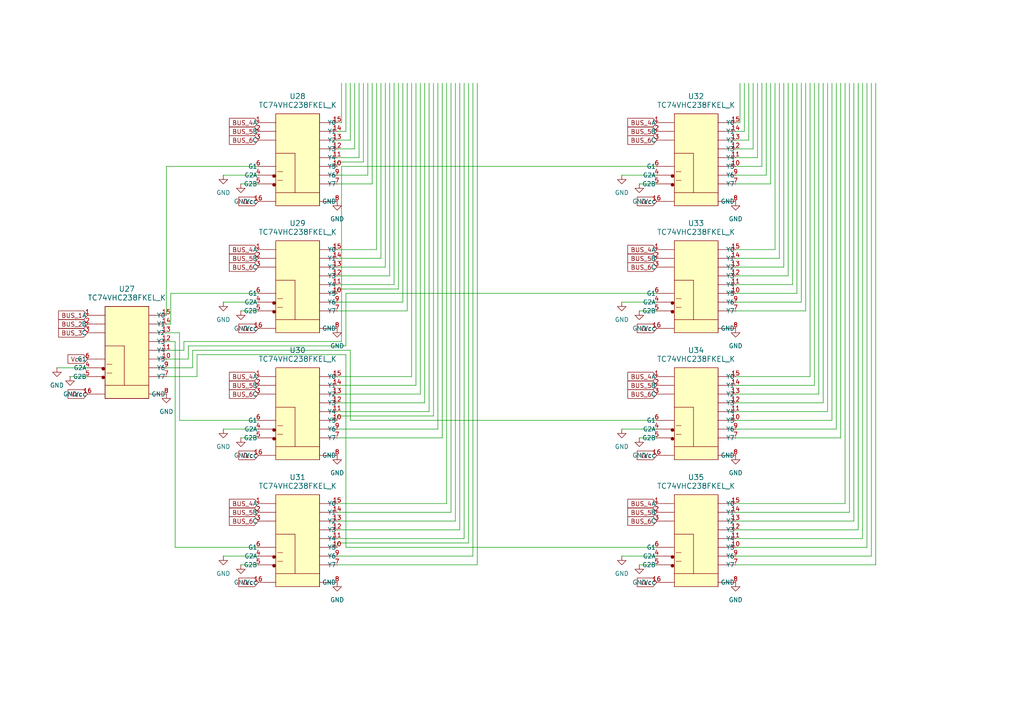
<source format=kicad_sch>
(kicad_sch (version 20250114) (generator "eeschema") (generator_version "9.0")
  (paper "A4")
  (lib_symbols
    (symbol "TC74VHC238FK:TC74VHC238FKEL_K" (pin_names (offset 0.254))
      (property "Reference" "U" (at 36.8046 -21.59 0))
      (property "Value" "TC74VHC238FKEL_K" (at 36.8046 -21.59 0))
      (symbol "TC74VHC238FKEL_K_0_1"
        (polyline (pts (xy 34.2646 -24.13) (xy 36.8046 -24.13)))
        (polyline (pts (xy 34.2646 -26.67) (xy 36.8046 -26.67)))
        (polyline (pts (xy 34.2646 -29.21) (xy 36.8046 -29.21)))
        (polyline (pts (xy 34.2646 -36.83) (xy 36.8046 -36.83)))
        (polyline (pts (xy 34.2646 -39.37) (xy 36.8046 -39.37)))
        (polyline (pts (xy 34.2646 -41.91) (xy 36.8046 -41.91)))
        (polyline (pts (xy 34.2646 -46.99) (xy 36.8046 -46.99)))
        (polyline (pts (xy 36.8046 -24.13) (xy 39.3446 -24.13)))
        (polyline (pts (xy 36.8046 -26.67) (xy 39.3446 -26.67)))
        (polyline (pts (xy 36.8046 -29.21) (xy 39.3446 -29.21)))
        (polyline (pts (xy 38.5826 -39.37) (xy 36.8046 -39.37)))
        (polyline (pts (xy 38.5826 -41.91) (xy 36.8046 -41.91)))
        (circle (center 38.8366 -39.624) (radius 0.254) (stroke (width 0.508)))
        (circle (center 38.8366 -42.164) (radius 0.254) (stroke (width 0.508)))
        (polyline (pts (xy 39.3446 -21.59) (xy 52.0446 -21.59)) (stroke (width 0.127)))
        (polyline (pts (xy 39.3446 -33.02) (xy 44.9326 -33.02)))
        (polyline (pts (xy 39.3446 -36.83) (xy 36.8046 -36.83)))
        (polyline (pts (xy 39.3446 -44.45) (xy 52.0446 -44.45)))
        (polyline (pts (xy 39.3446 -46.99) (xy 36.8046 -46.99)))
        (polyline (pts (xy 39.3446 -48.26) (xy 39.3446 -21.59)) (stroke (width 0.127)))
        (polyline (pts (xy 39.8526 -38.354) (xy 41.3766 -38.354)) (stroke (width 0.127)))
        (polyline (pts (xy 39.8526 -40.894) (xy 41.3766 -40.894)) (stroke (width 0.127)))
        (polyline (pts (xy 44.9326 -33.02) (xy 44.9326 -44.45)))
        (polyline (pts (xy 52.0446 -21.59) (xy 52.0446 -48.26)) (stroke (width 0.127)))
        (polyline (pts (xy 52.0446 -48.26) (xy 39.3446 -48.26)) (stroke (width 0.127)))
        (polyline (pts (xy 54.5846 -24.13) (xy 52.0446 -24.13)))
        (polyline (pts (xy 54.5846 -26.67) (xy 52.0446 -26.67)))
        (polyline (pts (xy 54.5846 -29.21) (xy 52.0446 -29.21)))
        (polyline (pts (xy 54.5846 -31.75) (xy 52.0446 -31.75)))
        (polyline (pts (xy 54.5846 -34.29) (xy 52.0446 -34.29)))
        (polyline (pts (xy 54.5846 -36.83) (xy 52.0446 -36.83)))
        (polyline (pts (xy 54.5846 -39.37) (xy 52.0446 -39.37)))
        (polyline (pts (xy 54.5846 -41.91) (xy 52.0446 -41.91)))
        (polyline (pts (xy 54.5846 -46.99) (xy 52.0446 -46.99)))
        (polyline (pts (xy 57.1246 -24.13) (xy 54.5846 -24.13)))
        (polyline (pts (xy 57.1246 -26.67) (xy 54.5846 -26.67)))
        (polyline (pts (xy 57.1246 -29.21) (xy 54.5846 -29.21)))
        (polyline (pts (xy 57.1246 -31.75) (xy 54.5846 -31.75)))
        (polyline (pts (xy 57.1246 -34.29) (xy 54.5846 -34.29)))
        (polyline (pts (xy 57.1246 -36.83) (xy 54.5846 -36.83)))
        (polyline (pts (xy 57.1246 -39.37) (xy 54.5846 -39.37)))
        (polyline (pts (xy 57.1246 -41.91) (xy 54.5846 -41.91)))
        (polyline (pts (xy 57.1246 -46.99) (xy 54.5846 -46.99)))
      )
      (symbol "TC74VHC238FKEL_K_1_1"
        (rectangle (start 39.37 -21.59) (end 52.07 -48.26) (fill (type background)))
        (pin unspecified line (at 34.2646 -24.13 180) (length 0.0254) (name "A") (number "1"))
        (pin unspecified line (at 34.29 -26.67 180) (length 0.0254) (name "B") (number "2"))
        (pin unspecified line (at 34.29 -29.21 180) (length 0.0254) (name "C") (number "3"))
        (pin unspecified line (at 34.29 -36.83 180) (length 0.0254) (name "G1") (number "6"))
        (pin unspecified line (at 34.29 -39.37 180) (length 0.0254) (name "G2A") (number "4"))
        (pin unspecified line (at 34.29 -41.91 180) (length 0.0254) (name "G2B") (number "5"))
        (pin unspecified line (at 34.29 -46.99 180) (length 0.0254) (name "Vcc") (number "16"))
        (pin unspecified line (at 57.15 -24.13 180) (length 0.0254) (name "Y0") (number "15"))
        (pin unspecified line (at 57.15 -26.67 180) (length 0.0254) (name "Y1") (number "14"))
        (pin unspecified line (at 57.15 -29.21 180) (length 0.0254) (name "Y2") (number "13"))
        (pin unspecified line (at 57.15 -31.75 180) (length 0.0254) (name "Y3") (number "12"))
        (pin unspecified line (at 57.15 -34.29 180) (length 0.0254) (name "Y4") (number "11"))
        (pin unspecified line (at 57.15 -36.83 180) (length 0.0254) (name "Y5") (number "10"))
        (pin unspecified line (at 57.15 -39.37 180) (length 0.0254) (name "Y6") (number "9"))
        (pin unspecified line (at 57.15 -41.91 180) (length 0.0254) (name "Y7") (number "7"))
        (pin unspecified line (at 57.15 -46.99 180) (length 0.0254) (name "GND") (number "8"))
      )
    )
    (symbol "power:GND" (power) (pin_numbers (hide yes)) (pin_names (offset 0) (hide yes))
      (property "Value" "GND" (at 0 -3.81 0))
      (symbol "GND_0_1"
        (polyline (pts (xy 0 0) (xy 0 -1.27) (xy 1.27 -1.27) (xy 0 -2.54) (xy -1.27 -1.27) (xy 0 -1.27)))
      )
      (symbol "GND_1_1"
        (pin power_in line (at 0 0 270) (length 0) (name "~") (number "1"))
      )
    )
  )
  (wire (pts (xy 213.36 38.1) (xy 215.9 38.1)))
  (wire (pts (xy 185.42 90.17) (xy 190.5 90.17)))
  (wire (pts (xy 116.84 24.13) (xy 116.84 87.63)))
  (wire (pts (xy 100.33 85.09) (xy 100.33 100.33)))
  (wire (pts (xy 227.33 24.13) (xy 227.33 77.47)))
  (wire (pts (xy 180.34 124.46) (xy 190.5 124.46)))
  (wire (pts (xy 213.36 50.8) (xy 222.25 50.8)))
  (wire (pts (xy 97.79 90.17) (xy 118.11 90.17)))
  (wire (pts (xy 224.79 24.13) (xy 224.79 72.39)))
  (wire (pts (xy 213.36 48.26) (xy 220.98 48.26)))
  (wire (pts (xy 97.79 124.46) (xy 127 124.46)))
  (wire (pts (xy 106.68 24.13) (xy 106.68 50.8)))
  (wire (pts (xy 54.61 104.14) (xy 48.26 104.14)))
  (wire (pts (xy 74.93 85.09) (xy 49.53 85.09)))
  (wire (pts (xy 107.95 24.13) (xy 107.95 53.34)))
  (wire (pts (xy 246.38 24.13) (xy 246.38 148.59)))
  (wire (pts (xy 97.79 121.92) (xy 97.79 120.65)))
  (wire (pts (xy 213.36 153.67) (xy 248.92 153.67)))
  (wire (pts (xy 50.8 99.06) (xy 48.26 99.06)))
  (wire (pts (xy 97.79 83.82) (xy 115.57 83.82)))
  (wire (pts (xy 97.79 35.56) (xy 99.06 35.56)))
  (wire (pts (xy 97.79 72.39) (xy 109.22 72.39)))
  (wire (pts (xy 101.6 24.13) (xy 101.6 40.64)))
  (wire (pts (xy 247.65 24.13) (xy 247.65 151.13)))
  (wire (pts (xy 97.79 127) (xy 128.27 127)))
  (wire (pts (xy 111.76 24.13) (xy 111.76 77.47)))
  (wire (pts (xy 242.57 24.13) (xy 242.57 124.46)))
  (wire (pts (xy 97.79 80.01) (xy 113.03 80.01)))
  (wire (pts (xy 133.35 24.13) (xy 133.35 153.67)))
  (wire (pts (xy 213.36 77.47) (xy 227.33 77.47)))
  (wire (pts (xy 180.34 87.63) (xy 190.5 87.63)))
  (wire (pts (xy 213.36 80.01) (xy 228.6 80.01)))
  (wire (pts (xy 113.03 24.13) (xy 113.03 80.01)))
  (wire (pts (xy 213.36 87.63) (xy 232.41 87.63)))
  (wire (pts (xy 128.27 24.13) (xy 128.27 127)))
  (wire (pts (xy 130.81 24.13) (xy 130.81 148.59)))
  (wire (pts (xy 213.36 85.09) (xy 231.14 85.09)))
  (wire (pts (xy 64.77 124.46) (xy 74.93 124.46)))
  (wire (pts (xy 97.79 53.34) (xy 107.95 53.34)))
  (wire (pts (xy 190.5 85.09) (xy 100.33 85.09)))
  (wire (pts (xy 97.79 43.18) (xy 102.87 43.18)))
  (wire (pts (xy 237.49 24.13) (xy 237.49 114.3)))
  (wire (pts (xy 74.93 48.26) (xy 48.26 48.26)))
  (wire (pts (xy 97.79 87.63) (xy 116.84 87.63)))
  (wire (pts (xy 250.19 24.13) (xy 250.19 156.21)))
  (wire (pts (xy 226.06 24.13) (xy 226.06 74.93)))
  (wire (pts (xy 243.84 24.13) (xy 243.84 127)))
  (wire (pts (xy 232.41 24.13) (xy 232.41 87.63)))
  (wire (pts (xy 101.6 101.6) (xy 55.88 101.6)))
  (wire (pts (xy 236.22 24.13) (xy 236.22 111.76)))
  (wire (pts (xy 213.36 116.84) (xy 238.76 116.84)))
  (wire (pts (xy 127 24.13) (xy 127 124.46)))
  (wire (pts (xy 57.15 109.22) (xy 48.26 109.22)))
  (wire (pts (xy 53.34 101.6) (xy 48.26 101.6)))
  (wire (pts (xy 223.52 24.13) (xy 223.52 53.34)))
  (wire (pts (xy 214.63 24.13) (xy 214.63 35.56)))
  (wire (pts (xy 64.77 161.29) (xy 74.93 161.29)))
  (wire (pts (xy 97.79 116.84) (xy 123.19 116.84)))
  (wire (pts (xy 213.36 74.93) (xy 226.06 74.93)))
  (wire (pts (xy 57.15 102.87) (xy 57.15 109.22)))
  (wire (pts (xy 121.92 24.13) (xy 121.92 114.3)))
  (wire (pts (xy 69.85 53.34) (xy 74.93 53.34)))
  (wire (pts (xy 48.26 48.26) (xy 48.26 91.44)))
  (wire (pts (xy 97.79 157.48) (xy 135.89 157.48)))
  (wire (pts (xy 123.19 24.13) (xy 123.19 116.84)))
  (wire (pts (xy 97.79 82.55) (xy 114.3 82.55)))
  (wire (pts (xy 213.36 82.55) (xy 229.87 82.55)))
  (wire (pts (xy 100.33 158.75) (xy 100.33 102.87)))
  (wire (pts (xy 97.79 156.21) (xy 134.62 156.21)))
  (wire (pts (xy 100.33 158.75) (xy 190.5 158.75)))
  (wire (pts (xy 55.88 101.6) (xy 55.88 106.68)))
  (wire (pts (xy 213.36 156.21) (xy 250.19 156.21)))
  (wire (pts (xy 234.95 24.13) (xy 234.95 109.22)))
  (wire (pts (xy 97.79 158.75) (xy 97.79 157.48)))
  (wire (pts (xy 213.36 53.34) (xy 223.52 53.34)))
  (wire (pts (xy 238.76 24.13) (xy 238.76 116.84)))
  (wire (pts (xy 213.36 114.3) (xy 237.49 114.3)))
  (wire (pts (xy 115.57 24.13) (xy 115.57 83.82)))
  (wire (pts (xy 120.65 24.13) (xy 120.65 111.76)))
  (wire (pts (xy 97.79 163.83) (xy 138.43 163.83)))
  (wire (pts (xy 110.49 24.13) (xy 110.49 74.93)))
  (wire (pts (xy 213.36 90.17) (xy 233.68 90.17)))
  (wire (pts (xy 118.11 24.13) (xy 118.11 90.17)))
  (wire (pts (xy 240.03 24.13) (xy 240.03 119.38)))
  (wire (pts (xy 213.36 127) (xy 243.84 127)))
  (wire (pts (xy 213.36 158.75) (xy 251.46 158.75)))
  (wire (pts (xy 213.36 163.83) (xy 254 163.83)))
  (wire (pts (xy 213.36 146.05) (xy 245.11 146.05)))
  (wire (pts (xy 248.92 24.13) (xy 248.92 153.67)))
  (wire (pts (xy 213.36 111.76) (xy 236.22 111.76)))
  (wire (pts (xy 97.79 111.76) (xy 120.65 111.76)))
  (wire (pts (xy 99.06 99.06) (xy 53.34 99.06)))
  (wire (pts (xy 69.85 127) (xy 74.93 127)))
  (wire (pts (xy 138.43 24.13) (xy 138.43 163.83)))
  (wire (pts (xy 97.79 109.22) (xy 119.38 109.22)))
  (wire (pts (xy 97.79 48.26) (xy 97.79 46.99)))
  (wire (pts (xy 97.79 119.38) (xy 124.46 119.38)))
  (wire (pts (xy 254 24.13) (xy 254 163.83)))
  (wire (pts (xy 20.32 109.22) (xy 25.4 109.22)))
  (wire (pts (xy 213.36 72.39) (xy 224.79 72.39)))
  (wire (pts (xy 97.79 153.67) (xy 133.35 153.67)))
  (wire (pts (xy 97.79 46.99) (xy 105.41 46.99)))
  (wire (pts (xy 97.79 148.59) (xy 130.81 148.59)))
  (wire (pts (xy 213.36 45.72) (xy 219.71 45.72)))
  (wire (pts (xy 74.93 121.92) (xy 52.07 121.92)))
  (wire (pts (xy 50.8 158.75) (xy 50.8 99.06)))
  (wire (pts (xy 49.53 85.09) (xy 49.53 93.98)))
  (wire (pts (xy 74.93 158.75) (xy 50.8 158.75)))
  (wire (pts (xy 180.34 161.29) (xy 190.5 161.29)))
  (wire (pts (xy 213.36 40.64) (xy 217.17 40.64)))
  (wire (pts (xy 97.79 161.29) (xy 137.16 161.29)))
  (wire (pts (xy 228.6 24.13) (xy 228.6 80.01)))
  (wire (pts (xy 217.17 24.13) (xy 217.17 40.64)))
  (wire (pts (xy 215.9 24.13) (xy 215.9 38.1)))
  (wire (pts (xy 97.79 120.65) (xy 125.73 120.65)))
  (wire (pts (xy 185.42 163.83) (xy 190.5 163.83)))
  (wire (pts (xy 64.77 87.63) (xy 74.93 87.63)))
  (wire (pts (xy 124.46 24.13) (xy 124.46 119.38)))
  (wire (pts (xy 100.33 102.87) (xy 57.15 102.87)))
  (wire (pts (xy 190.5 121.92) (xy 101.6 121.92)))
  (wire (pts (xy 99.06 24.13) (xy 99.06 35.56)))
  (wire (pts (xy 69.85 163.83) (xy 74.93 163.83)))
  (wire (pts (xy 220.98 24.13) (xy 220.98 48.26)))
  (wire (pts (xy 213.36 121.92) (xy 241.3 121.92)))
  (wire (pts (xy 54.61 100.33) (xy 54.61 104.14)))
  (wire (pts (xy 97.79 40.64) (xy 101.6 40.64)))
  (wire (pts (xy 222.25 24.13) (xy 222.25 50.8)))
  (wire (pts (xy 190.5 48.26) (xy 99.06 48.26)))
  (wire (pts (xy 213.36 161.29) (xy 252.73 161.29)))
  (wire (pts (xy 185.42 127) (xy 190.5 127)))
  (wire (pts (xy 229.87 24.13) (xy 229.87 82.55)))
  (wire (pts (xy 134.62 24.13) (xy 134.62 156.21)))
  (wire (pts (xy 213.36 151.13) (xy 247.65 151.13)))
  (wire (pts (xy 119.38 24.13) (xy 119.38 109.22)))
  (wire (pts (xy 231.14 24.13) (xy 231.14 85.09)))
  (wire (pts (xy 137.16 24.13) (xy 137.16 161.29)))
  (wire (pts (xy 135.89 24.13) (xy 135.89 157.48)))
  (wire (pts (xy 49.53 93.98) (xy 48.26 93.98)))
  (wire (pts (xy 180.34 50.8) (xy 190.5 50.8)))
  (wire (pts (xy 213.36 35.56) (xy 214.63 35.56)))
  (wire (pts (xy 52.07 96.52) (xy 48.26 96.52)))
  (wire (pts (xy 52.07 121.92) (xy 52.07 96.52)))
  (wire (pts (xy 213.36 43.18) (xy 218.44 43.18)))
  (wire (pts (xy 213.36 148.59) (xy 246.38 148.59)))
  (wire (pts (xy 132.08 24.13) (xy 132.08 151.13)))
  (wire (pts (xy 97.79 50.8) (xy 106.68 50.8)))
  (wire (pts (xy 125.73 24.13) (xy 125.73 120.65)))
  (wire (pts (xy 97.79 74.93) (xy 110.49 74.93)))
  (wire (pts (xy 97.79 85.09) (xy 97.79 83.82)))
  (wire (pts (xy 97.79 146.05) (xy 129.54 146.05)))
  (wire (pts (xy 104.14 24.13) (xy 104.14 45.72)))
  (wire (pts (xy 109.22 24.13) (xy 109.22 72.39)))
  (wire (pts (xy 97.79 114.3) (xy 121.92 114.3)))
  (wire (pts (xy 213.36 124.46) (xy 242.57 124.46)))
  (wire (pts (xy 99.06 48.26) (xy 99.06 99.06)))
  (wire (pts (xy 102.87 24.13) (xy 102.87 43.18)))
  (wire (pts (xy 233.68 24.13) (xy 233.68 90.17)))
  (wire (pts (xy 101.6 121.92) (xy 101.6 101.6)))
  (wire (pts (xy 251.46 24.13) (xy 251.46 158.75)))
  (wire (pts (xy 219.71 24.13) (xy 219.71 45.72)))
  (wire (pts (xy 55.88 106.68) (xy 48.26 106.68)))
  (wire (pts (xy 114.3 24.13) (xy 114.3 82.55)))
  (wire (pts (xy 252.73 24.13) (xy 252.73 161.29)))
  (wire (pts (xy 97.79 77.47) (xy 111.76 77.47)))
  (wire (pts (xy 69.85 90.17) (xy 74.93 90.17)))
  (wire (pts (xy 213.36 109.22) (xy 234.95 109.22)))
  (wire (pts (xy 185.42 53.34) (xy 190.5 53.34)))
  (wire (pts (xy 129.54 24.13) (xy 129.54 146.05)))
  (wire (pts (xy 97.79 151.13) (xy 132.08 151.13)))
  (wire (pts (xy 97.79 45.72) (xy 104.14 45.72)))
  (wire (pts (xy 105.41 24.13) (xy 105.41 46.99)))
  (wire (pts (xy 16.51 106.68) (xy 25.4 106.68)))
  (wire (pts (xy 97.79 38.1) (xy 100.33 38.1)))
  (wire (pts (xy 53.34 99.06) (xy 53.34 101.6)))
  (wire (pts (xy 245.11 24.13) (xy 245.11 146.05)))
  (wire (pts (xy 64.77 50.8) (xy 74.93 50.8)))
  (wire (pts (xy 241.3 24.13) (xy 241.3 121.92)))
  (wire (pts (xy 100.33 24.13) (xy 100.33 38.1)))
  (wire (pts (xy 100.33 100.33) (xy 54.61 100.33)))
  (wire (pts (xy 213.36 119.38) (xy 240.03 119.38)))
  (wire (pts (xy 218.44 24.13) (xy 218.44 43.18)))
  (global_label "Vcc" (shape input) (at 190.5 58.42 180) (property "Intersheetrefs" "${INTERSHEET_REFS}" (effects (hide yes))))
  (global_label "BUS_4" (shape input) (at 74.93 146.05 180) (property "Intersheetrefs" "${INTERSHEET_REFS}" (effects (hide yes))))
  (global_label "BUS_1" (shape input) (at 25.4 91.44 180) (property "Intersheetrefs" "${INTERSHEET_REFS}" (effects (hide yes))))
  (global_label "Vcc" (shape input) (at 190.5 132.08 180) (property "Intersheetrefs" "${INTERSHEET_REFS}" (effects (hide yes))))
  (global_label "BUS_4" (shape input) (at 74.93 72.39 180) (property "Intersheetrefs" "${INTERSHEET_REFS}" (effects (hide yes))))
  (global_label "Vcc" (shape input) (at 74.93 58.42 180) (property "Intersheetrefs" "${INTERSHEET_REFS}" (effects (hide yes))))
  (global_label "BUS_6" (shape input) (at 190.5 77.47 180) (property "Intersheetrefs" "${INTERSHEET_REFS}" (effects (hide yes))))
  (global_label "Vcc" (shape input) (at 25.4 114.3 180) (property "Intersheetrefs" "${INTERSHEET_REFS}" (effects (hide yes))))
  (global_label "BUS_3" (shape input) (at 25.4 96.52 180) (property "Intersheetrefs" "${INTERSHEET_REFS}" (effects (hide yes))))
  (global_label "BUS_5" (shape input) (at 190.5 111.76 180) (property "Intersheetrefs" "${INTERSHEET_REFS}" (effects (hide yes))))
  (global_label "BUS_6" (shape input) (at 190.5 114.3 180) (property "Intersheetrefs" "${INTERSHEET_REFS}" (effects (hide yes))))
  (global_label "BUS_6" (shape input) (at 74.93 114.3 180) (property "Intersheetrefs" "${INTERSHEET_REFS}" (effects (hide yes))))
  (global_label "BUS_4" (shape input) (at 74.93 109.22 180) (property "Intersheetrefs" "${INTERSHEET_REFS}" (effects (hide yes))))
  (global_label "BUS_5" (shape input) (at 190.5 148.59 180) (property "Intersheetrefs" "${INTERSHEET_REFS}" (effects (hide yes))))
  (global_label "BUS_6" (shape input) (at 74.93 77.47 180) (property "Intersheetrefs" "${INTERSHEET_REFS}" (effects (hide yes))))
  (global_label "Vcc" (shape input) (at 25.4 104.14 180) (property "Intersheetrefs" "${INTERSHEET_REFS}" (effects (hide yes))))
  (global_label "Vcc" (shape input) (at 74.93 168.91 180) (property "Intersheetrefs" "${INTERSHEET_REFS}" (effects (hide yes))))
  (global_label "BUS_6" (shape input) (at 190.5 151.13 180) (property "Intersheetrefs" "${INTERSHEET_REFS}" (effects (hide yes))))
  (global_label "BUS_6" (shape input) (at 74.93 151.13 180) (property "Intersheetrefs" "${INTERSHEET_REFS}" (effects (hide yes))))
  (global_label "BUS_5" (shape input) (at 74.93 74.93 180) (property "Intersheetrefs" "${INTERSHEET_REFS}" (effects (hide yes))))
  (global_label "BUS_4" (shape input) (at 190.5 146.05 180) (property "Intersheetrefs" "${INTERSHEET_REFS}" (effects (hide yes))))
  (global_label "Vcc" (shape input) (at 74.93 95.25 180) (property "Intersheetrefs" "${INTERSHEET_REFS}" (effects (hide yes))))
  (global_label "BUS_4" (shape input) (at 74.93 35.56 180) (property "Intersheetrefs" "${INTERSHEET_REFS}" (effects (hide yes))))
  (global_label "BUS_6" (shape input) (at 74.93 40.64 180) (property "Intersheetrefs" "${INTERSHEET_REFS}" (effects (hide yes))))
  (global_label "BUS_5" (shape input) (at 74.93 148.59 180) (property "Intersheetrefs" "${INTERSHEET_REFS}" (effects (hide yes))))
  (global_label "BUS_4" (shape input) (at 190.5 109.22 180) (property "Intersheetrefs" "${INTERSHEET_REFS}" (effects (hide yes))))
  (global_label "BUS_5" (shape input) (at 190.5 38.1 180) (property "Intersheetrefs" "${INTERSHEET_REFS}" (effects (hide yes))))
  (global_label "BUS_5" (shape input) (at 74.93 38.1 180) (property "Intersheetrefs" "${INTERSHEET_REFS}" (effects (hide yes))))
  (global_label "BUS_4" (shape input) (at 190.5 35.56 180) (property "Intersheetrefs" "${INTERSHEET_REFS}" (effects (hide yes))))
  (global_label "Vcc" (shape input) (at 74.93 132.08 180) (property "Intersheetrefs" "${INTERSHEET_REFS}" (effects (hide yes))))
  (global_label "BUS_5" (shape input) (at 190.5 74.93 180) (property "Intersheetrefs" "${INTERSHEET_REFS}" (effects (hide yes))))
  (global_label "BUS_4" (shape input) (at 190.5 72.39 180) (property "Intersheetrefs" "${INTERSHEET_REFS}" (effects (hide yes))))
  (global_label "BUS_2" (shape input) (at 25.4 93.98 180) (property "Intersheetrefs" "${INTERSHEET_REFS}" (effects (hide yes))))
  (global_label "BUS_6" (shape input) (at 190.5 40.64 180) (property "Intersheetrefs" "${INTERSHEET_REFS}" (effects (hide yes))))
  (global_label "Vcc" (shape input) (at 190.5 168.91 180) (property "Intersheetrefs" "${INTERSHEET_REFS}" (effects (hide yes))))
  (global_label "Vcc" (shape input) (at 190.5 95.25 180) (property "Intersheetrefs" "${INTERSHEET_REFS}" (effects (hide yes))))
  (global_label "BUS_5" (shape input) (at 74.93 111.76 180) (property "Intersheetrefs" "${INTERSHEET_REFS}" (effects (hide yes))))
  (symbol (lib_id "power:GND") (at 97.79 95.25 0) (unit 1)
    (property "Reference" "#PWR0155" (effects (hide yes)))
    (property "Value" "GND" (at 97.79 100.33 0))
    (property "Description" "Power symbol creates a global label with name \"GND\" , ground" (effects (hide yes)))
  )
  (symbol (lib_id "power:GND") (at 64.77 87.63 0) (unit 1)
    (property "Reference" "#PWR0153" (effects (hide yes)))
    (property "Value" "GND" (at 64.77 92.71 0))
    (property "Description" "Power symbol creates a global label with name \"GND\" , ground" (effects (hide yes)))
  )
  (symbol (lib_id "power:GND") (at 185.42 90.17 0) (unit 1)
    (property "Reference" "#PWR0167" (effects (hide yes)))
    (property "Value" "GND" (at 185.42 95.25 0))
    (property "Description" "Power symbol creates a global label with name \"GND\" , ground" (effects (hide yes)))
  )
  (symbol (lib_id "TC74VHC238FK:TC74VHC238FKEL_K") (at 156.21 48.26 0) (unit 1)
    (property "Reference" "U33" (at 201.8919 64.77 0) (effects (font (size 1.524 1.524))))
    (property "Value" "TC74VHC238FKEL_K" (at 201.8919 67.31 0) (effects (font (size 1.524 1.524))))
    (property "Footprint" "US16_TOS" (effects (hide yes)))
    (property "Datasheet" "https://toshiba.semicon-storage.com/info/docget.jsp?did=17804&prodName=TC74VHC238FK" (effects (hide yes)))
  )
  (symbol (lib_id "TC74VHC238FK:TC74VHC238FKEL_K") (at 156.21 121.92 0) (unit 1)
    (property "Reference" "U35" (at 201.8919 138.43 0) (effects (font (size 1.524 1.524))))
    (property "Value" "TC74VHC238FKEL_K" (at 201.8919 140.97 0) (effects (font (size 1.524 1.524))))
    (property "Footprint" "US16_TOS" (effects (hide yes)))
    (property "Datasheet" "https://toshiba.semicon-storage.com/info/docget.jsp?did=17804&prodName=TC74VHC238FK" (effects (hide yes)))
  )
  (symbol (lib_id "power:GND") (at 213.36 132.08 0) (unit 1)
    (property "Reference" "#PWR0172" (effects (hide yes)))
    (property "Value" "GND" (at 213.36 137.16 0))
    (property "Description" "Power symbol creates a global label with name \"GND\" , ground" (effects (hide yes)))
  )
  (symbol (lib_id "power:GND") (at 180.34 161.29 0) (unit 1)
    (property "Reference" "#PWR0165" (effects (hide yes)))
    (property "Value" "GND" (at 180.34 166.37 0))
    (property "Description" "Power symbol creates a global label with name \"GND\" , ground" (effects (hide yes)))
  )
  (symbol (lib_id "power:GND") (at 185.42 127 0) (unit 1)
    (property "Reference" "#PWR0168" (effects (hide yes)))
    (property "Value" "GND" (at 185.42 132.08 0))
    (property "Description" "Power symbol creates a global label with name \"GND\" , ground" (effects (hide yes)))
  )
  (symbol (lib_id "power:GND") (at 213.36 95.25 0) (unit 1)
    (property "Reference" "#PWR0171" (effects (hide yes)))
    (property "Value" "GND" (at 213.36 100.33 0))
    (property "Description" "Power symbol creates a global label with name \"GND\" , ground" (effects (hide yes)))
  )
  (symbol (lib_id "power:GND") (at 97.79 132.08 0) (unit 1)
    (property "Reference" "#PWR0160" (effects (hide yes)))
    (property "Value" "GND" (at 97.79 137.16 0))
    (property "Description" "Power symbol creates a global label with name \"GND\" , ground" (effects (hide yes)))
  )
  (symbol (lib_id "TC74VHC238FK:TC74VHC238FKEL_K") (at -8.89 67.31 0) (unit 1)
    (property "Reference" "U27" (at 36.7919 83.82 0) (effects (font (size 1.524 1.524))))
    (property "Value" "TC74VHC238FKEL_K" (at 36.7919 86.36 0) (effects (font (size 1.524 1.524))))
    (property "Footprint" "US16_TOS" (effects (hide yes)))
    (property "Datasheet" "https://toshiba.semicon-storage.com/info/docget.jsp?did=17804&prodName=TC74VHC238FK" (effects (hide yes)))
  )
  (symbol (lib_id "power:GND") (at 16.51 106.68 0) (unit 1)
    (property "Reference" "#PWR0149" (effects (hide yes)))
    (property "Value" "GND" (at 16.51 111.76 0))
    (property "Description" "Power symbol creates a global label with name \"GND\" , ground" (effects (hide yes)))
  )
  (symbol (lib_id "power:GND") (at 97.79 58.42 0) (unit 1)
    (property "Reference" "#PWR0151" (effects (hide yes)))
    (property "Value" "GND" (at 97.79 63.5 0))
    (property "Description" "Power symbol creates a global label with name \"GND\" , ground" (effects (hide yes)))
  )
  (symbol (lib_id "power:GND") (at 64.77 124.46 0) (unit 1)
    (property "Reference" "#PWR0156" (effects (hide yes)))
    (property "Value" "GND" (at 64.77 129.54 0))
    (property "Description" "Power symbol creates a global label with name \"GND\" , ground" (effects (hide yes)))
  )
  (symbol (lib_id "power:GND") (at 180.34 87.63 0) (unit 1)
    (property "Reference" "#PWR0163" (effects (hide yes)))
    (property "Value" "GND" (at 180.34 92.71 0))
    (property "Description" "Power symbol creates a global label with name \"GND\" , ground" (effects (hide yes)))
  )
  (symbol (lib_id "power:GND") (at 97.79 168.91 0) (unit 1)
    (property "Reference" "#PWR0161" (effects (hide yes)))
    (property "Value" "GND" (at 97.79 173.99 0))
    (property "Description" "Power symbol creates a global label with name \"GND\" , ground" (effects (hide yes)))
  )
  (symbol (lib_id "TC74VHC238FK:TC74VHC238FKEL_K") (at 40.64 121.92 0) (unit 1)
    (property "Reference" "U31" (at 86.3219 138.43 0) (effects (font (size 1.524 1.524))))
    (property "Value" "TC74VHC238FKEL_K" (at 86.3219 140.97 0) (effects (font (size 1.524 1.524))))
    (property "Footprint" "US16_TOS" (effects (hide yes)))
    (property "Datasheet" "https://toshiba.semicon-storage.com/info/docget.jsp?did=17804&prodName=TC74VHC238FK" (effects (hide yes)))
  )
  (symbol (lib_id "power:GND") (at 180.34 50.8 0) (unit 1)
    (property "Reference" "#PWR0162" (effects (hide yes)))
    (property "Value" "GND" (at 180.34 55.88 0))
    (property "Description" "Power symbol creates a global label with name \"GND\" , ground" (effects (hide yes)))
  )
  (symbol (lib_id "power:GND") (at 185.42 163.83 0) (unit 1)
    (property "Reference" "#PWR0169" (effects (hide yes)))
    (property "Value" "GND" (at 185.42 168.91 0))
    (property "Description" "Power symbol creates a global label with name \"GND\" , ground" (effects (hide yes)))
  )
  (symbol (lib_id "power:GND") (at 185.42 53.34 0) (unit 1)
    (property "Reference" "#PWR0166" (effects (hide yes)))
    (property "Value" "GND" (at 185.42 58.42 0))
    (property "Description" "Power symbol creates a global label with name \"GND\" , ground" (effects (hide yes)))
  )
  (symbol (lib_id "power:GND") (at 48.26 114.3 0) (unit 1)
    (property "Reference" "#PWR0152" (effects (hide yes)))
    (property "Value" "GND" (at 48.26 119.38 0))
    (property "Description" "Power symbol creates a global label with name \"GND\" , ground" (effects (hide yes)))
  )
  (symbol (lib_id "power:GND") (at 213.36 168.91 0) (unit 1)
    (property "Reference" "#PWR0173" (effects (hide yes)))
    (property "Value" "GND" (at 213.36 173.99 0))
    (property "Description" "Power symbol creates a global label with name \"GND\" , ground" (effects (hide yes)))
  )
  (symbol (lib_id "power:GND") (at 69.85 163.83 0) (unit 1)
    (property "Reference" "#PWR0159" (effects (hide yes)))
    (property "Value" "GND" (at 69.85 168.91 0))
    (property "Description" "Power symbol creates a global label with name \"GND\" , ground" (effects (hide yes)))
  )
  (symbol (lib_id "power:GND") (at 180.34 124.46 0) (unit 1)
    (property "Reference" "#PWR0164" (effects (hide yes)))
    (property "Value" "GND" (at 180.34 129.54 0))
    (property "Description" "Power symbol creates a global label with name \"GND\" , ground" (effects (hide yes)))
  )
  (symbol (lib_id "TC74VHC238FK:TC74VHC238FKEL_K") (at 156.21 11.43 0) (unit 1)
    (property "Reference" "U32" (at 201.8919 27.94 0) (effects (font (size 1.524 1.524))))
    (property "Value" "TC74VHC238FKEL_K" (at 201.8919 30.48 0) (effects (font (size 1.524 1.524))))
    (property "Footprint" "US16_TOS" (effects (hide yes)))
    (property "Datasheet" "https://toshiba.semicon-storage.com/info/docget.jsp?did=17804&prodName=TC74VHC238FK" (effects (hide yes)))
  )
  (symbol (lib_id "power:GND") (at 69.85 127 0) (unit 1)
    (property "Reference" "#PWR0158" (effects (hide yes)))
    (property "Value" "GND" (at 69.85 132.08 0))
    (property "Description" "Power symbol creates a global label with name \"GND\" , ground" (effects (hide yes)))
  )
  (symbol (lib_id "power:GND") (at 69.85 53.34 0) (unit 1)
    (property "Reference" "#PWR0147" (effects (hide yes)))
    (property "Value" "GND" (at 69.85 58.42 0))
    (property "Description" "Power symbol creates a global label with name \"GND\" , ground" (effects (hide yes)))
  )
  (symbol (lib_id "TC74VHC238FK:TC74VHC238FKEL_K") (at 40.64 48.26 0) (unit 1)
    (property "Reference" "U29" (at 86.3219 64.77 0) (effects (font (size 1.524 1.524))))
    (property "Value" "TC74VHC238FKEL_K" (at 86.3219 67.31 0) (effects (font (size 1.524 1.524))))
    (property "Footprint" "US16_TOS" (effects (hide yes)))
    (property "Datasheet" "https://toshiba.semicon-storage.com/info/docget.jsp?did=17804&prodName=TC74VHC238FK" (effects (hide yes)))
  )
  (symbol (lib_id "power:GND") (at 64.77 161.29 0) (unit 1)
    (property "Reference" "#PWR0157" (effects (hide yes)))
    (property "Value" "GND" (at 64.77 166.37 0))
    (property "Description" "Power symbol creates a global label with name \"GND\" , ground" (effects (hide yes)))
  )
  (symbol (lib_id "TC74VHC238FK:TC74VHC238FKEL_K") (at 40.64 11.43 0) (unit 1)
    (property "Reference" "U28" (at 86.3219 27.94 0) (effects (font (size 1.524 1.524))))
    (property "Value" "TC74VHC238FKEL_K" (at 86.3219 30.48 0) (effects (font (size 1.524 1.524))))
    (property "Footprint" "US16_TOS" (effects (hide yes)))
    (property "Datasheet" "https://toshiba.semicon-storage.com/info/docget.jsp?did=17804&prodName=TC74VHC238FK" (effects (hide yes)))
  )
  (symbol (lib_id "power:GND") (at 64.77 50.8 0) (unit 1)
    (property "Reference" "#PWR0148" (effects (hide yes)))
    (property "Value" "GND" (at 64.77 55.88 0))
    (property "Description" "Power symbol creates a global label with name \"GND\" , ground" (effects (hide yes)))
  )
  (symbol (lib_id "TC74VHC238FK:TC74VHC238FKEL_K") (at 40.64 85.09 0) (unit 1)
    (property "Reference" "U30" (at 86.3219 101.6 0) (effects (font (size 1.524 1.524))))
    (property "Value" "TC74VHC238FKEL_K" (at 86.3219 104.14 0) (effects (font (size 1.524 1.524))))
    (property "Footprint" "US16_TOS" (effects (hide yes)))
    (property "Datasheet" "https://toshiba.semicon-storage.com/info/docget.jsp?did=17804&prodName=TC74VHC238FK" (effects (hide yes)))
  )
  (symbol (lib_id "power:GND") (at 213.36 58.42 0) (unit 1)
    (property "Reference" "#PWR0170" (effects (hide yes)))
    (property "Value" "GND" (at 213.36 63.5 0))
    (property "Description" "Power symbol creates a global label with name \"GND\" , ground" (effects (hide yes)))
  )
  (symbol (lib_id "TC74VHC238FK:TC74VHC238FKEL_K") (at 156.21 85.09 0) (unit 1)
    (property "Reference" "U34" (at 201.8919 101.6 0) (effects (font (size 1.524 1.524))))
    (property "Value" "TC74VHC238FKEL_K" (at 201.8919 104.14 0) (effects (font (size 1.524 1.524))))
    (property "Footprint" "US16_TOS" (effects (hide yes)))
    (property "Datasheet" "https://toshiba.semicon-storage.com/info/docget.jsp?did=17804&prodName=TC74VHC238FK" (effects (hide yes)))
  )
  (symbol (lib_id "power:GND") (at 69.85 90.17 0) (unit 1)
    (property "Reference" "#PWR0154" (effects (hide yes)))
    (property "Value" "GND" (at 69.85 95.25 0))
    (property "Description" "Power symbol creates a global label with name \"GND\" , ground" (effects (hide yes)))
  )
  (symbol (lib_id "power:GND") (at 20.32 109.22 0) (unit 1)
    (property "Reference" "#PWR0150" (effects (hide yes)))
    (property "Value" "GND" (at 20.32 114.3 0))
    (property "Description" "Power symbol creates a global label with name \"GND\" , ground" (effects (hide yes)))
  )
)
</source>
